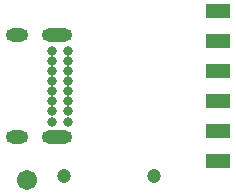
<source format=gbs>
G04*
G04 #@! TF.GenerationSoftware,Altium Limited,Altium Designer,19.1.8 (144)*
G04*
G04 Layer_Color=16711935*
%FSLAX25Y25*%
%MOIN*%
G70*
G01*
G75*
%ADD22C,0.04737*%
%ADD32O,0.03359X0.03241*%
%ADD33O,0.10249X0.04343*%
%ADD34O,0.07493X0.04343*%
%ADD35C,0.06706*%
%ADD54R,0.07921X0.04496*%
%ADD55R,0.08320X0.04895*%
D22*
X42076Y-29900D02*
D03*
X12076D02*
D03*
D32*
X13582Y11713D02*
D03*
Y8366D02*
D03*
Y5020D02*
D03*
Y1673D02*
D03*
Y-1673D02*
D03*
Y-5020D02*
D03*
Y-8366D02*
D03*
Y-11713D02*
D03*
X8269D02*
D03*
Y-8366D02*
D03*
Y-5020D02*
D03*
Y-1673D02*
D03*
Y1673D02*
D03*
Y5020D02*
D03*
Y8366D02*
D03*
Y11713D02*
D03*
D33*
X9725Y17028D02*
D03*
Y-17028D02*
D03*
D34*
X-3582D02*
D03*
Y17028D02*
D03*
D35*
X-200Y-31300D02*
D03*
D54*
X63351Y-25000D02*
D03*
X63350Y-14999D02*
D03*
X63350Y-4999D02*
D03*
X63351Y5000D02*
D03*
X63350Y15000D02*
D03*
X63351Y25000D02*
D03*
D55*
X63350Y-25000D02*
D03*
Y-15000D02*
D03*
Y-5000D02*
D03*
Y5000D02*
D03*
Y15000D02*
D03*
Y25000D02*
D03*
M02*

</source>
